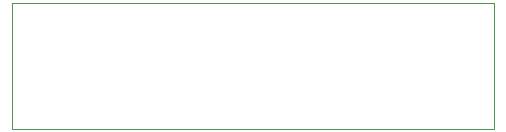
<source format=gm1>
G04 #@! TF.GenerationSoftware,KiCad,Pcbnew,5.1.2-f72e74a~84~ubuntu18.04.1*
G04 #@! TF.CreationDate,2019-04-30T01:30:39+01:00*
G04 #@! TF.ProjectId,ffp,6666702e-6b69-4636-9164-5f7063625858,rev?*
G04 #@! TF.SameCoordinates,Original*
G04 #@! TF.FileFunction,Profile,NP*
%FSLAX46Y46*%
G04 Gerber Fmt 4.6, Leading zero omitted, Abs format (unit mm)*
G04 Created by KiCad (PCBNEW 5.1.2-f72e74a~84~ubuntu18.04.1) date 2019-04-30 01:30:39*
%MOMM*%
%LPD*%
G04 APERTURE LIST*
%ADD10C,0.050000*%
G04 APERTURE END LIST*
D10*
X153700000Y-114700000D02*
X153700000Y-125300000D01*
X112900000Y-125300000D02*
X112900000Y-125000000D01*
X153700000Y-125300000D02*
X112900000Y-125300000D01*
X112900000Y-114700000D02*
X112900000Y-115000000D01*
X153700000Y-114700000D02*
X112900000Y-114700000D01*
X112900000Y-115000000D02*
X112900000Y-125000000D01*
M02*

</source>
